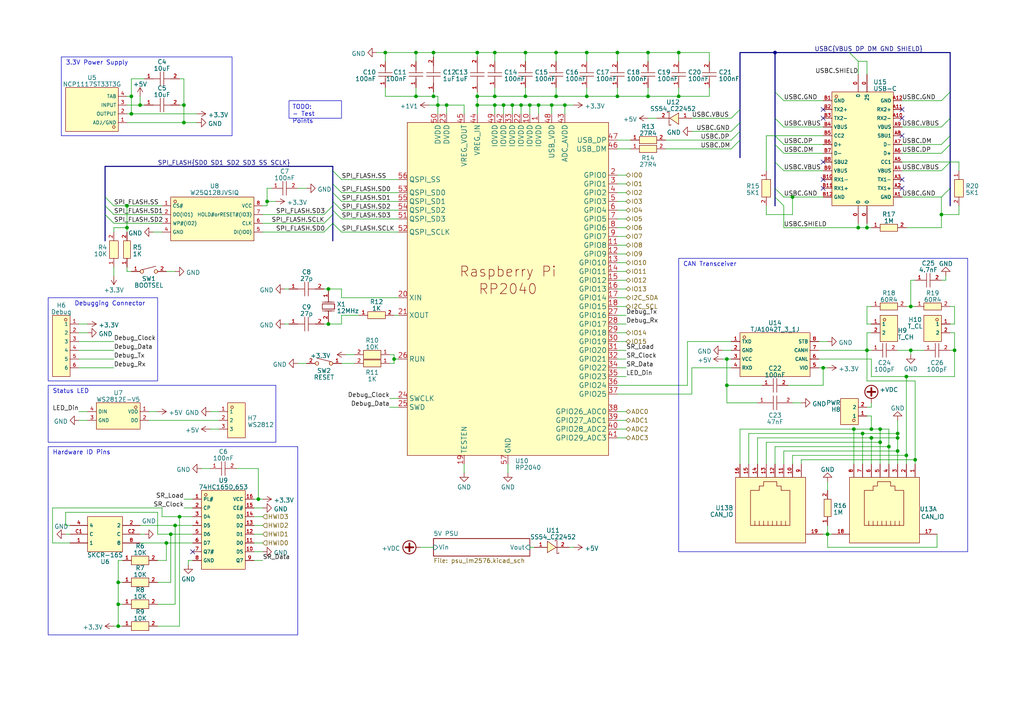
<source format=kicad_sch>
(kicad_sch (version 20230121) (generator eeschema)
  (paper "A4")
  (title_block (title "Pi RP2040 MCU") (date "2024-01-10") (rev "0") (company "DrinkRobotics") (comment 1 "https://git.xythobuz.de/thomas/Dispensy") (comment 3 "PCB Thickness: 1mm") (comment 4 "DRAFT DRAFT DRAFT DRAFT DRAFT"))
  (junction (at 129.54 30.48))
  (junction (at 125.73 15.24))
  (junction (at 152.4 27.94))
  (junction (at 179.07 15.24))
  (junction (at 52.07 149.86))
  (junction (at 170.18 15.24))
  (junction (at 53.34 30.48))
  (junction (at 38.1 33.02))
  (junction (at 276.86 101.6))
  (junction (at 179.07 27.94))
  (junction (at 114.3 104.14))
  (junction (at 77.47 58.42))
  (junction (at 260.35 130.81))
  (junction (at 38.1 27.94))
  (junction (at 40.64 30.48))
  (junction (at 255.27 124.46))
  (junction (at 125.73 27.94))
  (junction (at 248.92 66.04))
  (junction (at 146.05 30.48))
  (junction (at 262.89 132.08))
  (junction (at 138.43 30.48))
  (junction (at 250.19 125.73))
  (junction (at 151.13 30.48))
  (junction (at 252.73 127))
  (junction (at 187.96 27.94))
  (junction (at 163.83 30.48))
  (junction (at 251.46 101.6))
  (junction (at 160.02 30.48))
  (junction (at 247.65 124.46))
  (junction (at 252.73 124.46))
  (junction (at 34.29 181.61))
  (junction (at 74.93 144.78))
  (junction (at 251.46 66.04))
  (junction (at 187.96 15.24))
  (junction (at 161.29 15.24))
  (junction (at 143.51 30.48))
  (junction (at 170.18 27.94))
  (junction (at 264.16 88.9))
  (junction (at 143.51 27.94))
  (junction (at 156.21 30.48))
  (junction (at 273.05 62.23))
  (junction (at 53.34 35.56))
  (junction (at 36.83 59.69))
  (junction (at 238.76 106.68))
  (junction (at 48.26 157.48))
  (junction (at 196.85 15.24))
  (junction (at 265.43 133.35))
  (junction (at 264.16 101.6))
  (junction (at 262.89 109.22))
  (junction (at 196.85 27.94))
  (junction (at 161.29 27.94))
  (junction (at 95.25 83.82))
  (junction (at 95.25 93.98))
  (junction (at 138.43 27.94))
  (junction (at 50.8 152.4))
  (junction (at 111.76 15.24))
  (junction (at 152.4 15.24))
  (junction (at 34.29 168.91))
  (junction (at 36.83 66.04))
  (junction (at 210.82 111.76))
  (junction (at 224.79 15.24))
  (junction (at 260.35 125.73))
  (junction (at 240.03 154.94))
  (junction (at 255.27 128.27))
  (junction (at 49.53 154.94))
  (junction (at 257.81 129.54))
  (junction (at 143.51 15.24))
  (junction (at 153.67 30.48))
  (junction (at 127 30.48))
  (junction (at 210.82 104.14))
  (junction (at 120.65 15.24))
  (junction (at 229.87 57.15))
  (junction (at 138.43 15.24))
  (junction (at 260.35 127))
  (junction (at 148.59 30.48))
  (junction (at 34.29 175.26))
  (junction (at 120.65 27.94))
  (no_connect (at 238.76 46.99))
  (no_connect (at 238.76 54.61))
  (no_connect (at 238.76 31.75))
  (no_connect (at 55.88 160.02))
  (no_connect (at 261.62 52.07))
  (no_connect (at 238.76 34.29))
  (no_connect (at 261.62 31.75))
  (no_connect (at 261.62 34.29))
  (no_connect (at 261.62 54.61))
  (no_connect (at 238.76 52.07))
  (no_connect (at 261.62 39.37))
  (bus_entry (at 275.59 54.61) (size -2.54 2.54))
  (bus_entry (at 30.48 62.23) (size 2.54 2.54))
  (bus_entry (at 275.59 26.67) (size -2.54 2.54))
  (bus_entry (at 214.63 40.64) (size -2.54 2.54))
  (bus_entry (at 224.79 41.91) (size 2.54 2.54))
  (bus_entry (at 214.63 35.56) (size -2.54 2.54))
  (bus_entry (at 96.52 55.88) (size 2.54 2.54))
  (bus_entry (at 30.48 59.69) (size 2.54 2.54))
  (bus_entry (at 224.79 54.61) (size 2.54 2.54))
  (bus_entry (at 96.52 64.77) (size 2.54 2.54))
  (bus_entry (at 224.79 26.67) (size 2.54 2.54))
  (bus_entry (at 96.52 58.42) (size 2.54 2.54))
  (bus_entry (at 96.52 64.77) (size -2.54 2.54))
  (bus_entry (at 275.59 46.99) (size -2.54 2.54))
  (bus_entry (at 224.79 34.29) (size 2.54 2.54))
  (bus_entry (at 275.59 39.37) (size -2.54 2.54))
  (bus_entry (at 96.52 59.69) (size -2.54 2.54))
  (bus_entry (at 224.79 39.37) (size 2.54 2.54))
  (bus_entry (at 275.59 34.29) (size -2.54 2.54))
  (bus_entry (at 96.52 60.96) (size 2.54 2.54))
  (bus_entry (at 30.48 57.15) (size 2.54 2.54))
  (bus_entry (at 96.52 49.53) (size 2.54 2.54))
  (bus_entry (at 275.59 41.91) (size -2.54 2.54))
  (bus_entry (at 214.63 31.75) (size -2.54 2.54))
  (bus_entry (at 96.52 53.34) (size 2.54 2.54))
  (bus_entry (at 224.79 57.15) (size 2.54 2.54))
  (bus_entry (at 96.52 62.23) (size -2.54 2.54))
  (bus_entry (at 246.38 15.24) (size 2.54 2.54))
  (bus_entry (at 214.63 38.1) (size -2.54 2.54))
  (bus_entry (at 224.79 46.99) (size 2.54 2.54))
  (bus (pts (xy 96.52 64.77) (xy 96.52 69.85)))
  (wire (pts (xy 22.86 99.06) (xy 33.02 99.06)))
  (wire (pts (xy 36.83 30.48) (xy 40.64 30.48)))
  (wire (pts (xy 229.87 134.62) (xy 229.87 132.08)))
  (wire (pts (xy 99.06 67.31) (xy 115.57 67.31)))
  (wire (pts (xy 262.89 109.22) (xy 276.86 109.22)))
  (wire (pts (xy 114.3 91.44) (xy 115.57 91.44)))
  (wire (pts (xy 196.85 15.24) (xy 196.85 17.78)))
  (wire (pts (xy 227.33 130.81) (xy 260.35 130.81)))
  (wire (pts (xy 143.51 30.48) (xy 143.51 33.02)))
  (wire (pts (xy 25.4 121.92) (xy 22.86 121.92)))
  (wire (pts (xy 163.83 30.48) (xy 166.37 30.48)))
  (wire (pts (xy 22.86 104.14) (xy 33.02 104.14)))
  (wire (pts (xy 143.51 30.48) (xy 146.05 30.48)))
  (wire (pts (xy 278.13 62.23) (xy 273.05 62.23)))
  (wire (pts (xy 36.83 78.74) (xy 38.1 78.74)))
  (wire (pts (xy 45.72 148.59) (xy 45.72 154.94)))
  (wire (pts (xy 125.73 15.24) (xy 120.65 15.24)))
  (bus (pts (xy 214.63 15.24) (xy 214.63 31.75)))
  (wire (pts (xy 217.17 125.73) (xy 250.19 125.73)))
  (wire (pts (xy 252.73 109.22) (xy 262.89 109.22)))
  (wire (pts (xy 264.16 101.6) (xy 267.97 101.6)))
  (wire (pts (xy 40.64 30.48) (xy 41.91 30.48)))
  (wire (pts (xy 146.05 33.02) (xy 146.05 30.48)))
  (wire (pts (xy 227.33 36.83) (xy 238.76 36.83)))
  (wire (pts (xy 153.67 158.75) (xy 154.94 158.75)))
  (wire (pts (xy 205.74 15.24) (xy 205.74 17.78)))
  (bus (pts (xy 275.59 15.24) (xy 275.59 26.67)))
  (wire (pts (xy 48.26 78.74) (xy 50.8 78.74)))
  (wire (pts (xy 179.07 53.34) (xy 181.61 53.34)))
  (wire (pts (xy 278.13 59.69) (xy 278.13 62.23)))
  (wire (pts (xy 220.98 111.76) (xy 210.82 111.76)))
  (wire (pts (xy 19.05 152.4) (xy 19.05 148.59)))
  (wire (pts (xy 15.24 157.48) (xy 15.24 147.32)))
  (wire (pts (xy 95.25 83.82) (xy 99.06 83.82)))
  (wire (pts (xy 143.51 27.94) (xy 152.4 27.94)))
  (wire (pts (xy 179.07 93.98) (xy 181.61 93.98)))
  (wire (pts (xy 161.29 15.24) (xy 161.29 17.78)))
  (wire (pts (xy 40.64 152.4) (xy 50.8 152.4)))
  (wire (pts (xy 43.18 121.92) (xy 63.5 121.92)))
  (wire (pts (xy 200.66 114.3) (xy 200.66 106.68)))
  (wire (pts (xy 227.33 29.21) (xy 238.76 29.21)))
  (bus (pts (xy 224.79 15.24) (xy 214.63 15.24)))
  (wire (pts (xy 151.13 30.48) (xy 153.67 30.48)))
  (wire (pts (xy 99.06 63.5) (xy 115.57 63.5)))
  (wire (pts (xy 248.92 64.77) (xy 248.92 66.04)))
  (wire (pts (xy 22.86 96.52) (xy 25.4 96.52)))
  (wire (pts (xy 127 33.02) (xy 127 30.48)))
  (bus (pts (xy 96.52 59.69) (xy 96.52 60.96)))
  (wire (pts (xy 222.25 134.62) (xy 222.25 128.27)))
  (wire (pts (xy 227.33 59.69) (xy 227.33 66.04)))
  (bus (pts (xy 96.52 53.34) (xy 96.52 55.88)))
  (wire (pts (xy 196.85 27.94) (xy 205.74 27.94)))
  (wire (pts (xy 179.07 101.6) (xy 181.61 101.6)))
  (wire (pts (xy 179.07 27.94) (xy 187.96 27.94)))
  (wire (pts (xy 179.07 86.36) (xy 181.61 86.36)))
  (bus (pts (xy 96.52 48.26) (xy 30.48 48.26)))
  (wire (pts (xy 127 27.94) (xy 127 30.48)))
  (wire (pts (xy 210.82 111.76) (xy 210.82 104.14)))
  (wire (pts (xy 265.43 133.35) (xy 265.43 134.62)))
  (wire (pts (xy 121.92 158.75) (xy 125.73 158.75)))
  (wire (pts (xy 41.91 22.86) (xy 38.1 22.86)))
  (bus (pts (xy 96.52 49.53) (xy 96.52 53.34)))
  (wire (pts (xy 78.74 54.61) (xy 77.47 54.61)))
  (wire (pts (xy 260.35 125.73) (xy 260.35 127)))
  (wire (pts (xy 222.25 49.53) (xy 222.25 39.37)))
  (wire (pts (xy 179.07 68.58) (xy 181.61 68.58)))
  (wire (pts (xy 179.07 124.46) (xy 181.61 124.46)))
  (bus (pts (xy 275.59 46.99) (xy 275.59 54.61)))
  (wire (pts (xy 179.07 15.24) (xy 179.07 17.78)))
  (wire (pts (xy 252.73 96.52) (xy 251.46 96.52)))
  (wire (pts (xy 187.96 27.94) (xy 196.85 27.94)))
  (wire (pts (xy 219.71 134.62) (xy 219.71 127)))
  (bus (pts (xy 224.79 15.24) (xy 246.38 15.24)))
  (wire (pts (xy 179.07 63.5) (xy 181.61 63.5)))
  (wire (pts (xy 152.4 25.4) (xy 152.4 27.94)))
  (wire (pts (xy 257.81 129.54) (xy 257.81 124.46)))
  (wire (pts (xy 134.62 30.48) (xy 129.54 30.48)))
  (wire (pts (xy 34.29 175.26) (xy 34.29 181.61)))
  (wire (pts (xy 222.25 128.27) (xy 255.27 128.27)))
  (wire (pts (xy 73.66 157.48) (xy 76.2 157.48)))
  (wire (pts (xy 199.39 99.06) (xy 212.09 99.06)))
  (wire (pts (xy 227.33 49.53) (xy 238.76 49.53)))
  (wire (pts (xy 73.66 147.32) (xy 76.2 147.32)))
  (wire (pts (xy 179.07 127) (xy 181.61 127)))
  (wire (pts (xy 50.8 152.4) (xy 55.88 152.4)))
  (wire (pts (xy 19.05 154.94) (xy 20.32 154.94)))
  (wire (pts (xy 261.62 29.21) (xy 273.05 29.21)))
  (wire (pts (xy 229.87 116.84) (xy 232.41 116.84)))
  (wire (pts (xy 34.29 162.56) (xy 34.29 168.91)))
  (wire (pts (xy 179.07 25.4) (xy 179.07 27.94)))
  (wire (pts (xy 111.76 27.94) (xy 120.65 27.94)))
  (wire (pts (xy 227.33 57.15) (xy 229.87 57.15)))
  (bus (pts (xy 30.48 62.23) (xy 30.48 69.85)))
  (wire (pts (xy 148.59 30.48) (xy 151.13 30.48)))
  (bus (pts (xy 224.79 54.61) (xy 224.79 46.99)))
  (wire (pts (xy 224.79 39.37) (xy 238.76 39.37)))
  (wire (pts (xy 222.25 59.69) (xy 222.25 62.23)))
  (wire (pts (xy 99.06 60.96) (xy 115.57 60.96)))
  (wire (pts (xy 48.26 157.48) (xy 55.88 157.48)))
  (wire (pts (xy 53.34 144.78) (xy 55.88 144.78)))
  (bus (pts (xy 275.59 54.61) (xy 275.59 59.69)))
  (wire (pts (xy 210.82 116.84) (xy 210.82 111.76)))
  (wire (pts (xy 152.4 27.94) (xy 161.29 27.94)))
  (wire (pts (xy 261.62 36.83) (xy 273.05 36.83)))
  (wire (pts (xy 271.78 154.94) (xy 271.78 158.75)))
  (wire (pts (xy 247.65 124.46) (xy 247.65 134.62)))
  (wire (pts (xy 33.02 64.77) (xy 46.99 64.77)))
  (wire (pts (xy 36.83 59.69) (xy 46.99 59.69)))
  (wire (pts (xy 35.56 181.61) (xy 34.29 181.61)))
  (wire (pts (xy 33.02 62.23) (xy 46.99 62.23)))
  (wire (pts (xy 68.58 135.89) (xy 74.93 135.89)))
  (wire (pts (xy 260.35 121.92) (xy 260.35 125.73)))
  (wire (pts (xy 238.76 154.94) (xy 240.03 154.94)))
  (wire (pts (xy 53.34 35.56) (xy 57.15 35.56)))
  (wire (pts (xy 240.03 154.94) (xy 241.3 154.94)))
  (wire (pts (xy 261.62 44.45) (xy 273.05 44.45)))
  (wire (pts (xy 77.47 58.42) (xy 77.47 59.69)))
  (wire (pts (xy 252.73 104.14) (xy 252.73 109.22)))
  (wire (pts (xy 273.05 66.04) (xy 273.05 62.23)))
  (wire (pts (xy 113.03 102.87) (xy 114.3 102.87)))
  (wire (pts (xy 187.96 15.24) (xy 187.96 17.78)))
  (wire (pts (xy 36.83 59.69) (xy 36.83 66.04)))
  (bus (pts (xy 275.59 26.67) (xy 275.59 34.29)))
  (wire (pts (xy 251.46 101.6) (xy 251.46 110.49)))
  (wire (pts (xy 153.67 30.48) (xy 153.67 33.02)))
  (wire (pts (xy 193.04 40.64) (xy 212.09 40.64)))
  (wire (pts (xy 209.55 104.14) (xy 210.82 104.14)))
  (wire (pts (xy 113.03 118.11) (xy 115.57 118.11)))
  (wire (pts (xy 271.78 158.75) (xy 240.03 158.75)))
  (bus (pts (xy 214.63 40.64) (xy 214.63 45.72)))
  (wire (pts (xy 196.85 25.4) (xy 196.85 27.94)))
  (wire (pts (xy 200.66 106.68) (xy 212.09 106.68)))
  (wire (pts (xy 170.18 25.4) (xy 170.18 27.94)))
  (bus (pts (xy 30.48 59.69) (xy 30.48 62.23)))
  (bus (pts (xy 275.59 34.29) (xy 275.59 39.37)))
  (bus (pts (xy 224.79 46.99) (xy 224.79 41.91)))
  (wire (pts (xy 276.86 96.52) (xy 276.86 101.6)))
  (wire (pts (xy 170.18 27.94) (xy 179.07 27.94)))
  (wire (pts (xy 275.59 101.6) (xy 276.86 101.6)))
  (wire (pts (xy 36.83 77.47) (xy 36.83 78.74)))
  (wire (pts (xy 222.25 62.23) (xy 229.87 62.23)))
  (wire (pts (xy 33.02 77.47) (xy 33.02 80.01)))
  (wire (pts (xy 46.99 149.86) (xy 52.07 149.86)))
  (wire (pts (xy 34.29 168.91) (xy 35.56 168.91)))
  (wire (pts (xy 77.47 54.61) (xy 77.47 58.42)))
  (wire (pts (xy 148.59 30.48) (xy 148.59 33.02)))
  (wire (pts (xy 134.62 134.62) (xy 134.62 137.16)))
  (wire (pts (xy 45.72 181.61) (xy 52.07 181.61)))
  (wire (pts (xy 152.4 15.24) (xy 152.4 17.78)))
  (wire (pts (xy 113.03 105.41) (xy 114.3 105.41)))
  (wire (pts (xy 273.05 62.23) (xy 273.05 57.15)))
  (wire (pts (xy 48.26 162.56) (xy 48.26 157.48)))
  (wire (pts (xy 238.76 111.76) (xy 238.76 106.68)))
  (wire (pts (xy 45.72 119.38) (xy 43.18 119.38)))
  (wire (pts (xy 22.86 93.98) (xy 25.4 93.98)))
  (wire (pts (xy 114.3 104.14) (xy 115.57 104.14)))
  (wire (pts (xy 53.34 30.48) (xy 53.34 35.56)))
  (wire (pts (xy 251.46 66.04) (xy 252.73 66.04)))
  (wire (pts (xy 179.07 60.96) (xy 181.61 60.96)))
  (wire (pts (xy 161.29 27.94) (xy 170.18 27.94)))
  (wire (pts (xy 127 30.48) (xy 129.54 30.48)))
  (wire (pts (xy 22.86 101.6) (xy 33.02 101.6)))
  (wire (pts (xy 99.06 58.42) (xy 115.57 58.42)))
  (wire (pts (xy 252.73 127) (xy 260.35 127)))
  (wire (pts (xy 170.18 15.24) (xy 170.18 17.78)))
  (wire (pts (xy 88.9 105.41) (xy 86.36 105.41)))
  (wire (pts (xy 170.18 15.24) (xy 179.07 15.24)))
  (wire (pts (xy 111.76 17.78) (xy 111.76 15.24)))
  (wire (pts (xy 251.46 21.59) (xy 251.46 17.78)))
  (wire (pts (xy 179.07 71.12) (xy 181.61 71.12)))
  (wire (pts (xy 237.49 99.06) (xy 240.03 99.06)))
  (wire (pts (xy 250.19 125.73) (xy 250.19 134.62)))
  (wire (pts (xy 77.47 58.42) (xy 80.01 58.42)))
  (wire (pts (xy 260.35 130.81) (xy 260.35 134.62)))
  (wire (pts (xy 275.59 96.52) (xy 276.86 96.52)))
  (wire (pts (xy 60.96 124.46) (xy 63.5 124.46)))
  (wire (pts (xy 257.81 129.54) (xy 257.81 134.62)))
  (wire (pts (xy 238.76 106.68) (xy 240.03 106.68)))
  (wire (pts (xy 224.79 134.62) (xy 224.79 129.54)))
  (wire (pts (xy 76.2 67.31) (xy 93.98 67.31)))
  (wire (pts (xy 179.07 73.66) (xy 181.61 73.66)))
  (wire (pts (xy 193.04 43.18) (xy 212.09 43.18)))
  (wire (pts (xy 138.43 30.48) (xy 143.51 30.48)))
  (wire (pts (xy 125.73 15.24) (xy 138.43 15.24)))
  (wire (pts (xy 187.96 25.4) (xy 187.96 27.94)))
  (wire (pts (xy 214.63 134.62) (xy 214.63 124.46)))
  (bus (pts (xy 96.52 48.26) (xy 96.52 49.53)))
  (wire (pts (xy 251.46 120.65) (xy 252.73 120.65)))
  (wire (pts (xy 156.21 30.48) (xy 160.02 30.48)))
  (wire (pts (xy 138.43 33.02) (xy 138.43 30.48)))
  (wire (pts (xy 260.35 101.6) (xy 264.16 101.6)))
  (wire (pts (xy 40.64 157.48) (xy 48.26 157.48)))
  (wire (pts (xy 179.07 43.18) (xy 182.88 43.18)))
  (wire (pts (xy 74.93 135.89) (xy 74.93 144.78)))
  (bus (pts (xy 224.79 41.91) (xy 224.79 39.37)))
  (wire (pts (xy 35.56 162.56) (xy 34.29 162.56)))
  (wire (pts (xy 251.46 101.6) (xy 252.73 101.6)))
  (wire (pts (xy 76.2 64.77) (xy 93.98 64.77)))
  (wire (pts (xy 260.35 127) (xy 260.35 130.81)))
  (wire (pts (xy 237.49 104.14) (xy 252.73 104.14)))
  (wire (pts (xy 187.96 34.29) (xy 190.5 34.29)))
  (wire (pts (xy 251.46 88.9) (xy 251.46 93.98)))
  (wire (pts (xy 161.29 25.4) (xy 161.29 27.94)))
  (wire (pts (xy 73.66 144.78) (xy 74.93 144.78)))
  (wire (pts (xy 179.07 15.24) (xy 187.96 15.24)))
  (wire (pts (xy 251.46 96.52) (xy 251.46 101.6)))
  (wire (pts (xy 45.72 154.94) (xy 49.53 154.94)))
  (bus (pts (xy 96.52 60.96) (xy 96.52 62.23)))
  (wire (pts (xy 219.71 116.84) (xy 210.82 116.84)))
  (wire (pts (xy 179.07 76.2) (xy 181.61 76.2)))
  (wire (pts (xy 99.06 91.44) (xy 104.14 91.44)))
  (wire (pts (xy 219.71 127) (xy 252.73 127)))
  (bus (pts (xy 224.79 57.15) (xy 224.79 54.61)))
  (wire (pts (xy 196.85 15.24) (xy 205.74 15.24)))
  (wire (pts (xy 199.39 111.76) (xy 199.39 99.06)))
  (bus (pts (xy 214.63 31.75) (xy 214.63 35.56)))
  (wire (pts (xy 200.66 38.1) (xy 212.09 38.1)))
  (wire (pts (xy 255.27 128.27) (xy 255.27 134.62)))
  (wire (pts (xy 124.46 30.48) (xy 127 30.48)))
  (wire (pts (xy 52.07 181.61) (xy 52.07 149.86)))
  (wire (pts (xy 93.98 93.98) (xy 95.25 93.98)))
  (wire (pts (xy 138.43 26.67) (xy 138.43 27.94)))
  (wire (pts (xy 261.62 49.53) (xy 273.05 49.53)))
  (wire (pts (xy 163.83 33.02) (xy 163.83 30.48)))
  (wire (pts (xy 138.43 15.24) (xy 143.51 15.24)))
  (wire (pts (xy 52.07 149.86) (xy 55.88 149.86)))
  (wire (pts (xy 99.06 55.88) (xy 115.57 55.88)))
  (wire (pts (xy 179.07 40.64) (xy 182.88 40.64)))
  (wire (pts (xy 151.13 30.48) (xy 151.13 33.02)))
  (wire (pts (xy 76.2 62.23) (xy 93.98 62.23)))
  (wire (pts (xy 276.86 93.98) (xy 275.59 93.98)))
  (wire (pts (xy 53.34 22.86) (xy 53.34 30.48)))
  (wire (pts (xy 99.06 93.98) (xy 99.06 91.44)))
  (wire (pts (xy 209.55 101.6) (xy 212.09 101.6)))
  (wire (pts (xy 247.65 124.46) (xy 252.73 124.46)))
  (wire (pts (xy 33.02 181.61) (xy 34.29 181.61)))
  (wire (pts (xy 210.82 104.14) (xy 212.09 104.14)))
  (wire (pts (xy 237.49 106.68) (xy 238.76 106.68)))
  (wire (pts (xy 252.73 118.11) (xy 252.73 116.84)))
  (wire (pts (xy 49.53 168.91) (xy 49.53 154.94)))
  (wire (pts (xy 99.06 83.82) (xy 99.06 86.36)))
  (wire (pts (xy 274.32 81.28) (xy 274.32 80.01)))
  (wire (pts (xy 264.16 81.28) (xy 264.16 88.9)))
  (wire (pts (xy 54.61 162.56) (xy 54.61 163.83)))
  (wire (pts (xy 265.43 110.49) (xy 265.43 133.35)))
  (wire (pts (xy 120.65 25.4) (xy 120.65 27.94)))
  (wire (pts (xy 93.98 83.82) (xy 95.25 83.82)))
  (wire (pts (xy 73.66 149.86) (xy 76.2 149.86)))
  (wire (pts (xy 179.07 121.92) (xy 181.61 121.92)))
  (wire (pts (xy 60.96 119.38) (xy 63.5 119.38)))
  (wire (pts (xy 227.33 44.45) (xy 238.76 44.45)))
  (wire (pts (xy 179.07 50.8) (xy 181.61 50.8)))
  (wire (pts (xy 248.92 66.04) (xy 251.46 66.04)))
  (wire (pts (xy 179.07 91.44) (xy 181.61 91.44)))
  (wire (pts (xy 40.64 27.94) (xy 40.64 30.48)))
  (wire (pts (xy 275.59 88.9) (xy 276.86 88.9)))
  (wire (pts (xy 22.86 119.38) (xy 25.4 119.38)))
  (wire (pts (xy 161.29 15.24) (xy 170.18 15.24)))
  (wire (pts (xy 40.64 154.94) (xy 41.91 154.94)))
  (wire (pts (xy 46.99 147.32) (xy 46.99 149.86)))
  (wire (pts (xy 179.07 83.82) (xy 181.61 83.82)))
  (wire (pts (xy 45.72 175.26) (xy 50.8 175.26)))
  (wire (pts (xy 138.43 27.94) (xy 143.51 27.94)))
  (wire (pts (xy 240.03 158.75) (xy 240.03 154.94)))
  (wire (pts (xy 251.46 110.49) (xy 265.43 110.49)))
  (wire (pts (xy 179.07 81.28) (xy 181.61 81.28)))
  (wire (pts (xy 95.25 93.98) (xy 99.06 93.98)))
  (wire (pts (xy 237.49 101.6) (xy 251.46 101.6)))
  (wire (pts (xy 147.32 134.62) (xy 147.32 137.16)))
  (wire (pts (xy 109.22 15.24) (xy 111.76 15.24)))
  (wire (pts (xy 222.25 39.37) (xy 224.79 39.37)))
  (bus (pts (xy 246.38 15.24) (xy 275.59 15.24)))
  (wire (pts (xy 73.66 162.56) (xy 76.2 162.56)))
  (wire (pts (xy 251.46 93.98) (xy 252.73 93.98)))
  (wire (pts (xy 278.13 49.53) (xy 278.13 46.99)))
  (wire (pts (xy 44.45 67.31) (xy 46.99 67.31)))
  (wire (pts (xy 153.67 30.48) (xy 156.21 30.48)))
  (wire (pts (xy 53.34 147.32) (xy 55.88 147.32)))
  (wire (pts (xy 152.4 15.24) (xy 161.29 15.24)))
  (wire (pts (xy 179.07 96.52) (xy 181.61 96.52)))
  (wire (pts (xy 19.05 148.59) (xy 45.72 148.59)))
  (bus (pts (xy 214.63 35.56) (xy 214.63 38.1)))
  (bus (pts (xy 96.52 58.42) (xy 96.52 59.69)))
  (wire (pts (xy 232.41 133.35) (xy 265.43 133.35)))
  (wire (pts (xy 111.76 15.24) (xy 120.65 15.24)))
  (wire (pts (xy 55.88 162.56) (xy 54.61 162.56)))
  (wire (pts (xy 187.96 15.24) (xy 196.85 15.24)))
  (wire (pts (xy 229.87 62.23) (xy 229.87 57.15)))
  (wire (pts (xy 82.55 83.82) (xy 83.82 83.82)))
  (wire (pts (xy 38.1 27.94) (xy 36.83 27.94)))
  (wire (pts (xy 125.73 16.51) (xy 125.73 15.24)))
  (wire (pts (xy 160.02 30.48) (xy 160.02 33.02)))
  (bus (pts (xy 30.48 48.26) (xy 30.48 57.15)))
  (wire (pts (xy 248.92 17.78) (xy 251.46 17.78)))
  (wire (pts (xy 143.51 15.24) (xy 143.51 17.78)))
  (wire (pts (xy 276.86 88.9) (xy 276.86 93.98)))
  (wire (pts (xy 252.73 127) (xy 252.73 134.62)))
  (wire (pts (xy 49.53 154.94) (xy 55.88 154.94)))
  (bus (pts (xy 224.79 59.69) (xy 224.79 57.15)))
  (wire (pts (xy 227.33 41.91) (xy 238.76 41.91)))
  (wire (pts (xy 179.07 66.04) (xy 181.61 66.04)))
  (wire (pts (xy 232.41 134.62) (xy 232.41 133.35)))
  (bus (pts (xy 275.59 41.91) (xy 275.59 46.99)))
  (wire (pts (xy 36.83 35.56) (xy 53.34 35.56)))
  (wire (pts (xy 114.3 105.41) (xy 114.3 104.14)))
  (wire (pts (xy 240.03 152.4) (xy 240.03 154.94)))
  (wire (pts (xy 15.24 147.32) (xy 46.99 147.32)))
  (wire (pts (xy 228.6 111.76) (xy 238.76 111.76)))
  (wire (pts (xy 52.07 30.48) (xy 53.34 30.48)))
  (wire (pts (xy 160.02 30.48) (xy 163.83 30.48)))
  (wire (pts (xy 125.73 27.94) (xy 125.73 26.67)))
  (wire (pts (xy 73.66 160.02) (xy 76.2 160.02)))
  (wire (pts (xy 113.03 115.57) (xy 115.57 115.57)))
  (wire (pts (xy 36.83 66.04) (xy 36.83 67.31)))
  (wire (pts (xy 262.89 109.22) (xy 262.89 132.08)))
  (wire (pts (xy 261.62 57.15) (xy 273.05 57.15)))
  (wire (pts (xy 33.02 67.31) (xy 33.02 66.04)))
  (wire (pts (xy 114.3 102.87) (xy 114.3 104.14)))
  (bus (pts (xy 275.59 39.37) (xy 275.59 41.91)))
  (wire (pts (xy 36.83 33.02) (xy 38.1 33.02)))
  (wire (pts (xy 255.27 124.46) (xy 255.27 128.27)))
  (wire (pts (xy 265.43 81.28) (xy 264.16 81.28)))
  (bus (pts (xy 30.48 57.15) (xy 30.48 59.69)))
  (wire (pts (xy 261.62 41.91) (xy 273.05 41.91)))
  (wire (pts (xy 86.36 54.61) (xy 88.9 54.61)))
  (wire (pts (xy 52.07 22.86) (xy 53.34 22.86)))
  (wire (pts (xy 179.07 111.76) (xy 199.39 111.76)))
  (wire (pts (xy 261.62 46.99) (xy 275.59 46.99)))
  (bus (pts (xy 224.79 15.24) (xy 224.79 26.67)))
  (bus (pts (xy 96.52 55.88) (xy 96.52 58.42)))
  (wire (pts (xy 129.54 30.48) (xy 129.54 33.02)))
  (wire (pts (xy 252.73 124.46) (xy 255.27 124.46)))
  (wire (pts (xy 251.46 64.77) (xy 251.46 66.04)))
  (wire (pts (xy 156.21 30.48) (xy 156.21 33.02)))
  (wire (pts (xy 34.29 175.26) (xy 34.29 168.91)))
  (wire (pts (xy 262.89 88.9) (xy 264.16 88.9)))
  (wire (pts (xy 73.66 154.94) (xy 76.2 154.94)))
  (wire (pts (xy 134.62 33.02) (xy 134.62 30.48)))
  (wire (pts (xy 143.51 15.24) (xy 152.4 15.24)))
  (wire (pts (xy 74.93 144.78) (xy 76.2 144.78)))
  (wire (pts (xy 179.07 58.42) (xy 181.61 58.42)))
  (wire (pts (xy 76.2 59.69) (xy 77.47 59.69)))
  (wire (pts (xy 251.46 118.11) (xy 252.73 118.11)))
  (wire (pts (xy 240.03 139.7) (xy 240.03 142.24)))
  (wire (pts (xy 99.06 86.36) (xy 115.57 86.36)))
  (wire (pts (xy 227.33 134.62) (xy 227.33 130.81)))
  (wire (pts (xy 45.72 168.91) (xy 49.53 168.91)))
  (wire (pts (xy 179.07 106.68) (xy 181.61 106.68)))
  (wire (pts (xy 138.43 16.51) (xy 138.43 15.24)))
  (wire (pts (xy 120.65 27.94) (xy 125.73 27.94)))
  (wire (pts (xy 58.42 135.89) (xy 60.96 135.89)))
  (wire (pts (xy 179.07 114.3) (xy 200.66 114.3)))
  (wire (pts (xy 200.66 34.29) (xy 212.09 34.29)))
  (wire (pts (xy 255.27 124.46) (xy 257.81 124.46)))
  (wire (pts (xy 179.07 104.14) (xy 181.61 104.14)))
  (wire (pts (xy 120.65 15.24) (xy 120.65 17.78)))
  (wire (pts (xy 248.92 17.78) (xy 248.92 21.59)))
  (bus (pts (xy 224.79 39.37) (xy 224.79 34.29)))
  (wire (pts (xy 20.32 152.4) (xy 19.05 152.4)))
  (wire (pts (xy 50.8 175.26) (xy 50.8 152.4)))
  (wire (pts (xy 146.05 30.48) (xy 148.59 30.48)))
  (bus (pts (xy 224.79 34.29) (xy 224.79 26.67)))
  (wire (pts (xy 229.87 132.08) (xy 262.89 132.08)))
  (wire (pts (xy 214.63 124.46) (xy 247.65 124.46)))
  (wire (pts (xy 73.66 152.4) (xy 76.2 152.4)))
  (wire (pts (xy 262.89 132.08) (xy 262.89 134.62)))
  (wire (pts (xy 179.07 55.88) (xy 181.61 55.88)))
  (wire (pts (xy 102.87 105.41) (xy 99.06 105.41)))
  (wire (pts (xy 125.73 27.94) (xy 127 27.94)))
  (wire (pts (xy 264.16 88.9) (xy 265.43 88.9)))
  (wire (pts (xy 165.1 158.75) (xy 166.37 158.75)))
  (wire (pts (xy 179.07 109.22) (xy 181.61 109.22)))
  (wire (pts (xy 20.32 157.48) (xy 15.24 157.48)))
  (wire (pts (xy 99.06 52.07) (xy 115.57 52.07)))
  (wire (pts (xy 250.19 125.73) (xy 260.35 125.73)))
  (wire (pts (xy 33.02 59.69) (xy 36.83 59.69)))
  (wire (pts (xy 229.87 57.15) (xy 238.76 57.15)))
  (wire (pts (xy 38.1 33.02) (xy 57.15 33.02)))
  (wire (pts (xy 35.56 175.26) (xy 34.29 175.26)))
  (bus (pts (xy 96.52 62.23) (xy 96.52 64.77)))
  (wire (pts (xy 224.79 129.54) (xy 257.81 129.54)))
  (wire (pts (xy 252.73 120.65) (xy 252.73 124.46)))
  (wire (pts (xy 273.05 81.28) (xy 274.32 81.28)))
  (bus (pts (xy 214.63 38.1) (xy 214.63 40.64)))
  (wire (pts (xy 275.59 46.99) (xy 278.13 46.99)))
  (wire (pts (xy 276.86 109.22) (xy 276.86 101.6)))
  (wire (pts (xy 100.33 102.87) (xy 102.87 102.87)))
  (wire (pts (xy 82.55 93.98) (xy 83.82 93.98)))
  (wire (pts (xy 22.86 106.68) (xy 33.02 106.68)))
  (wire (pts (xy 179.07 99.06) (xy 181.61 99.06)))
  (wire (pts (xy 205.74 27.94) (xy 205.74 25.4)))
  (wire (pts (xy 38.1 33.02) (xy 38.1 27.94)))
  (wire (pts (xy 262.89 66.04) (xy 273.05 66.04)))
  (wire (pts (xy 227.33 66.04) (xy 248.92 66.04)))
  (wire (pts (xy 111.76 25.4) (xy 111.76 27.94)))
  (wire (pts (xy 264.16 101.6) (xy 264.16 102.87)))
  (wire (pts (xy 38.1 22.86) (xy 38.1 27.94)))
  (wire (pts (xy 179.07 78.74) (xy 181.61 78.74)))
  (wire (pts (xy 138.43 27.94) (xy 138.43 30.48)))
  (wire (pts (xy 143.51 25.4) (xy 143.51 27.94)))
  (wire (pts (xy 179.07 119.38) (xy 181.61 119.38)))
  (wire (pts (xy 179.07 88.9) (xy 181.61 88.9)))
  (wire (pts (xy 33.02 66.04) (xy 36.83 66.04)))
  (wire (pts (xy 252.73 88.9) (xy 251.46 88.9)))
  (wire (pts (xy 45.72 162.56) (xy 48.26 162.56)))
  (wire (pts (xy 217.17 134.62) (xy 217.17 125.73)))
  (rectangle (start 13.97 111.76) (end 80.01 128.27))
  (rectangle (start 13.97 129.54) (end 86.36 184.15))
  (rectangle (start 13.97 86.36) (end 45.72 110.49))
  (rectangle (start 196.85 74.93) (end 280.67 160.02))
  (rectangle (start 17.78 16.51) (end 67.31 39.37))
  (text_box "TODO:\n- Test Points" (at 83.82 29.21 0) (size 15.24 5.08) (effects (font (size 1.27 1.27)) (justify left top)))
  (text "Hardware ID Pins" (at 15.24 132.08 0) (effects (font (size 1.27 1.27)) (justify left bottom)))
  (text "Debugging Connector" (at 21.59 88.9 0) (effects (font (size 1.27 1.27)) (justify left bottom)))
  (text "CAN Transceiver" (at 198.12 77.47 0) (effects (font (size 1.27 1.27)) (justify left bottom)))
  (text "Status LED" (at 15.24 114.3 0) (effects (font (size 1.27 1.27)) (justify left bottom)))
  (text "3.3V Power Supply" (at 19.05 19.05 0) (effects (font (size 1.27 1.27)) (justify left bottom)))
  (label "SPI_FLASH.SD3" (at 99.06 63.5 0))
  (label "SR_Clock" (at 53.34 147.32 180))
  (label "USBC.VBUS" (at 261.62 49.53 0))
  (label "SPI_FLASH.SD2" (at 33.02 64.77 0))
  (label "Debug_Tx" (at 181.61 91.44 0))
  (label "USBC.GND" (at 261.62 57.15 0))
  (label "SPI_FLASH.SS" (at 99.06 52.07 0))
  (label "USBC{VBUS DP DM GND SHIELD}" (at 236.22 15.24 0))
  (label "Debug_Tx" (at 33.02 104.14 0))
  (label "SPI_FLASH.SCLK" (at 99.06 67.31 0))
  (label "SPI_FLASH.SD0" (at 99.06 55.88 0))
  (label "USBC.DP" (at 227.33 41.91 0))
  (label "USBC.GND" (at 227.33 29.21 0))
  (label "Debug_Clock" (at 33.02 99.06 0))
  (label "SPI_FLASH{SD0 SD1 SD2 SD3 SS SCLK}" (at 45.72 48.26 0))
  (label "Debug_Data" (at 33.02 101.6 0))
  (label "SPI_FLASH.SD1" (at 33.02 62.23 0))
  (label "SPI_FLASH.SCLK" (at 78.74 64.77 0))
  (label "USBC.SHIELD" (at 227.33 66.04 0))
  (label "SPI_FLASH.SS" (at 33.02 59.69 0))
  (label "LED_Din" (at 22.86 119.38 180))
  (label "USBC.GND" (at 261.62 29.21 0))
  (label "SPI_FLASH.SD3" (at 80.01 62.23 0))
  (label "USBC.DP" (at 203.2 40.64 0))
  (label "USBC.DM" (at 203.2 43.18 0))
  (label "USBC.VBUS" (at 200.66 34.29 0))
  (label "USBC.VBUS" (at 227.33 36.83 0))
  (label "Debug_Rx" (at 33.02 106.68 0))
  (label "USBC.GND" (at 227.33 57.15 0))
  (label "SR_Load" (at 53.34 144.78 180))
  (label "USBC.GND" (at 201.93 38.1 0))
  (label "Debug_Data" (at 113.03 118.11 180))
  (label "USBC.VBUS" (at 261.62 36.83 0))
  (label "SR_Data" (at 76.2 162.56 0))
  (label "SR_Load" (at 181.61 101.6 0))
  (label "LED_Din" (at 181.61 109.22 0))
  (label "SPI_FLASH.SD2" (at 99.06 60.96 0))
  (label "USBC.DM" (at 261.62 41.91 0))
  (label "USBC.VBUS" (at 227.33 49.53 0))
  (label "Debug_Clock" (at 113.03 115.57 180))
  (label "USBC.DP" (at 261.62 44.45 0))
  (label "SPI_FLASH.SD0" (at 80.01 67.31 0))
  (label "USBC.DM" (at 227.33 44.45 0))
  (label "SR_Data" (at 181.61 106.68 0))
  (label "USBC.SHIELD" (at 248.92 21.59 180))
  (label "SR_Clock" (at 181.61 104.14 0))
  (label "SPI_FLASH.SD1" (at 99.06 58.42 0))
  (label "Debug_Rx" (at 181.61 93.98 0))
  (hierarchical_label "IO8" (shape bidirectional) (at 181.61 71.12 0))
  (hierarchical_label "ADC1" (shape bidirectional) (at 181.61 121.92 0))
  (hierarchical_label "IO4" (shape bidirectional) (at 181.61 60.96 0))
  (hierarchical_label "IO5" (shape bidirectional) (at 181.61 63.5 0))
  (hierarchical_label "ADC2" (shape bidirectional) (at 181.61 124.46 0))
  (hierarchical_label "IO3" (shape bidirectional) (at 181.61 58.42 0))
  (hierarchical_label "IO2" (shape bidirectional) (at 181.61 55.88 0))
  (hierarchical_label "IO0" (shape bidirectional) (at 181.61 50.8 0))
  (hierarchical_label "IO15" (shape bidirectional) (at 181.61 99.06 0))
  (hierarchical_label "ADC3" (shape bidirectional) (at 181.61 127 0))
  (hierarchical_label "HWID0" (shape input) (at 76.2 157.48 0))
  (hierarchical_label "ADC0" (shape bidirectional) (at 181.61 119.38 0))
  (hierarchical_label "IO12" (shape bidirectional) (at 181.61 81.28 0))
  (hierarchical_label "IO6" (shape bidirectional) (at 181.61 66.04 0))
  (hierarchical_label "IO7" (shape bidirectional) (at 181.61 68.58 0))
  (hierarchical_label "I2C_SDA" (shape bidirectional) (at 181.61 86.36 0))
  (hierarchical_label "IO13" (shape bidirectional) (at 181.61 83.82 0))
  (hierarchical_label "IO10" (shape bidirectional) (at 181.61 76.2 0))
  (hierarchical_label "IO14" (shape bidirectional) (at 181.61 96.52 0))
  (hierarchical_label "IO1" (shape bidirectional) (at 181.61 53.34 0))
  (hierarchical_label "IO11" (shape bidirectional) (at 181.61 78.74 0))
  (hierarchical_label "HWID2" (shape input) (at 76.2 152.4 0))
  (hierarchical_label "I2C_SCL" (shape bidirectional) (at 181.61 88.9 0))
  (hierarchical_label "IO9" (shape bidirectional) (at 181.61 73.66 0))
  (hierarchical_label "HWID3" (shape input) (at 76.2 149.86 0))
  (hierarchical_label "HWID1" (shape input) (at 76.2 154.94 0))
  (symbol (lib_id "power:GND") (at 264.16 102.87 0) (unit 1)
    (property "Reference" "#PWR067" (effects hide))
    (property "Value" "GND" (at 264.16 107.0055 0))
  )
  (symbol (lib_id "power:GND") (at 54.61 163.83 0) (unit 1)
    (property "Reference" "#PWR035" (effects hide))
    (property "Value" "GND" (at 54.61 167.9655 0))
  )
  (symbol (lib_id "jlc:C0402C0G270G500NTB") (at 88.9 83.82 0) (unit 1)
    (property "Reference" "C8" (at 88.9 78.9051 0))
    (property "Value" "27p" (at 88.9 80.8261 0))
    (property "Footprint" "jlc_footprints:C0402" (effects hide))
    (property "Datasheet" "https://item.szlcsc.com/15869.html" (effects hide))
    (property "LCSC" "C140675" (effects hide))
    (property "Capacitance" "27pF" (effects hide))
  )
  (symbol (lib_id "power:GND") (at 57.15 35.56 90) (unit 1)
    (property "Reference" "#PWR037" (effects hide))
    (property "Value" "GND" (at 60.325 35.8768 90) (effects (justify right)))
  )
  (symbol (lib_id "power:+3.3V") (at 100.33 102.87 90) (unit 1)
    (property "Reference" "#PWR049" (effects hide))
    (property "Value" "+3.3V" (at 95.885 103.1868 90) (effects (justify left)))
  )
  (symbol (lib_id "jlc:GCM155R71H473KE02J") (at 224.79 116.84 0) (unit 1)
    (property "Reference" "C23" (at 224.79 120.4675 0))
    (property "Value" "47nF" (at 224.79 122.3885 0))
    (property "Footprint" "jlc_footprints:C0402" (effects hide))
    (property "Datasheet" "https://item.szlcsc.com/15869.html" (effects hide))
    (property "LCSC" "C697422" (effects hide))
    (property "Capacitance" "47nF" (effects hide))
  )
  (symbol (lib_id "power:+5V") (at 209.55 104.14 90) (unit 1)
    (property "Reference" "#PWR060" (effects hide))
    (property "Value" "+5V" (at 206.3751 104.4568 90) (effects (justify left)))
  )
  (symbol (lib_id "jlc:WR04X27R4FTL") (at 187.96 40.64 0) (unit 1)
    (property "Reference" "R13" (at 187.96 36.7411 0))
    (property "Value" "27R4" (at 187.96 38.6621 0))
    (property "Footprint" "jlc_footprints:R0402" (effects hide))
    (property "Datasheet" "https://item.szlcsc.com/323315.html" (effects hide))
    (property "LCSC" "C172043" (effects hide))
    (property "Resistance" "27.4Ω" (effects hide))
  )
  (symbol (lib_id "jlc:CC0402KRX7R8BB104") (at 143.51 21.59 90) (unit 1)
    (property "Reference" "C14" (at 146.177 20.9463 90) (effects (justify right)))
    (property "Value" "100nF" (at 146.177 22.8673 90) (effects (justify right)))
    (property "Footprint" "jlc_footprints:C0402" (effects hide))
    (property "Datasheet" "https://item.szlcsc.com/15869.html" (effects hide))
    (property "LCSC" "C105883" (effects hide))
    (property "Capacitance" "100nF" (effects hide))
  )
  (symbol (lib_id "jlc:CR-02FL6---10K") (at 40.64 162.56 0) (unit 1)
    (property "Reference" "R6" (at 40.64 158.4071 0))
    (property "Value" "10K" (at 40.64 160.3281 0))
    (property "Footprint" "jlc_footprints:R0402" (effects hide))
    (property "Datasheet" "https://item.szlcsc.com/323315.html" (effects hide))
    (property "LCSC" "C406733" (effects hide))
    (property "Resistance" "10kΩ" (effects hide))
  )
  (symbol (lib_id "power:GND") (at 76.2 160.02 90) (unit 1)
    (property "Reference" "#PWR043" (effects hide))
    (property "Value" "GND" (at 79.375 160.3368 90) (effects (justify right)))
  )
  (symbol (lib_id "jlc:CR-02FL6---10K") (at 40.64 175.26 0) (unit 1)
    (property "Reference" "R8" (at 40.64 171.1071 0))
    (property "Value" "10K" (at 40.64 173.0281 0))
    (property "Footprint" "jlc_footprints:R0402" (effects hide))
    (property "Datasheet" "https://item.szlcsc.com/323315.html" (effects hide))
    (property "LCSC" "C406733" (effects hide))
    (property "Resistance" "10kΩ" (effects hide))
  )
  (symbol (lib_id "jlc:CC0402KRX7R8BB104") (at 196.85 21.59 90) (unit 1)
    (property "Reference" "C20" (at 199.517 20.9463 90) (effects (justify right)))
    (property "Value" "100nF" (at 199.517 22.8673 90) (effects (justify right)))
    (property "Footprint" "jlc_footprints:C0402" (effects hide))
    (property "Datasheet" "https://item.szlcsc.com/15869.html" (effects hide))
    (property "LCSC" "C105883" (effects hide))
    (property "Capacitance" "100nF" (effects hide))
  )
  (symbol (lib_id "jlc:SS54_C22452") (at 195.58 34.29 0) (unit 1)
    (property "Reference" "U12" (at 195.199 29.6291 0))
    (property "Value" "SS54_C22452" (at 195.199 31.5501 0))
    (property "Footprint" "jlc_footprints:SMA_L4.4-W2.8-LS5.4-R-RD" (effects hide))
    (property "Datasheet" "https://item.szlcsc.com/310096.html" (effects hide))
    (property "LCSC" "C22452" (effects hide))
  )
  (symbol (lib_id "jlc:W25Q128JVSIQ") (at 60.96 63.5 0) (unit 1)
    (property "Reference" "U8" (at 62.23 53.959 0))
    (property "Value" "W25Q128JVSIQ" (at 62.23 55.88 0))
    (property "Footprint" "jlc_footprints:SOIC-8_L5.3-W5.3-P1.27-LS8.0-BL" (effects hide))
    (property "Datasheet" "https://item.szlcsc.com/63461.html" (effects hide))
    (property "LCSC" "C113767" (effects hide))
  )
  (symbol (lib_id "jlc:AC1206FR-0760R4L") (at 270.51 88.9 0) (unit 1)
    (property "Reference" "R19" (at 270.51 85.0011 0))
    (property "Value" "60R4" (at 270.51 86.9221 0))
    (property "Footprint" "jlc_footprints:R1206" (effects hide))
    (property "Datasheet" "https://item.szlcsc.com/311874.html" (effects hide))
    (property "LCSC" "C144481" (effects hide))
    (property "Resistance" "60.4Ω" (effects hide))
  )
  (symbol (lib_id "power:GND") (at 82.55 83.82 270) (unit 1)
    (property "Reference" "#PWR045" (effects hide))
    (property "Value" "GND" (at 79.3751 84.1368 90) (effects (justify right)))
  )
  (symbol (lib_id "jlc:22025403P00CKMT") (at 67.31 121.92 0) (unit 1)
    (property "Reference" "H7" (at 71.755 121.2763 0) (effects (justify left)))
    (property "Value" "WS2812" (at 71.755 123.1973 0) (effects (justify left)))
    (property "Footprint" "jlc_footprints:HDR-TH_3P-P2.54-V-F" (effects hide))
    (property "Datasheet" "https://item.szlcsc.com/562471.html" (effects hide))
    (property "LCSC" "C146690" (effects hide))
  )
  (symbol (lib_id "power:GND") (at 88.9 54.61 90) (unit 1)
    (property "Reference" "#PWR048" (effects hide))
    (property "Value" "GND" (at 92.075 54.9268 90) (effects (justify right)))
  )
  (symbol (lib_id "jlc:Header-Female-2_54_1x6") (at 17.78 100.33 0) (mirror y) (unit 1)
    (property "Reference" "H6" (at 17.78 88.5571 0))
    (property "Value" "Debug" (at 17.78 90.4781 0))
    (property "Footprint" "jlc_footprints:HDR-TH_6P-P2.54-V-F" (effects hide))
    (property "Datasheet" "https://so.szlcsc.com/global.html?c=&k=C40877" (effects hide))
    (property "LCSC" "C40877" (effects hide))
  )
  (symbol (lib_id "jlc:CC0402KRX7R8BB104") (at 205.74 21.59 90) (unit 1)
    (property "Reference" "C21" (at 208.407 20.9463 90) (effects (justify right)))
    (property "Value" "100nF" (at 208.407 22.8673 90) (effects (justify right)))
    (property "Footprint" "jlc_footprints:C0402" (effects hide))
    (property "Datasheet" "https://item.szlcsc.com/15869.html" (effects hide))
    (property "LCSC" "C105883" (effects hide))
    (property "Capacitance" "100nF" (effects hide))
  )
  (symbol (lib_id "power:GND") (at 134.62 137.16 0) (unit 1)
    (property "Reference" "#PWR053" (effects hide))
    (property "Value" "GND" (at 134.62 141.2955 0))
  )
  (symbol (lib_id "power:+3.3V") (at 80.01 58.42 270) (unit 1)
    (property "Reference" "#PWR044" (effects hide))
    (property "Value" "+3.3V" (at 83.185 58.7368 90) (effects (justify left)))
  )
  (symbol (lib_id "power:GND") (at 76.2 147.32 90) (unit 1)
    (property "Reference" "#PWR042" (effects hide))
    (property "Value" "GND" (at 79.375 147.6368 90) (effects (justify right)))
  )
  (symbol (lib_id "jlc:0402X105K160") (at 138.43 21.59 90) (unit 1)
    (property "Reference" "C13" (at 135.7631 20.9463 90) (effects (justify left)))
    (property "Value" "1uF" (at 135.7631 22.8673 90) (effects (justify left)))
    (property "Footprint" "jlc_footprints:C0402" (effects hide))
    (property "Datasheet" "https://item.szlcsc.com/15869.html" (effects hide))
    (property "LCSC" "C83063" (effects hide))
    (property "Capacitance" "1uF" (effects hide))
  )
  (symbol (lib_id "jlc:CC0402JRNPO9BN101") (at 271.78 101.6 0) (unit 1)
    (property "Reference" "C26" (at 271.78 105.2275 0))
    (property "Value" "100pF" (at 271.78 107.1485 0))
    (property "Footprint" "jlc_footprints:C0402" (effects hide))
    (property "Datasheet" "https://item.szlcsc.com/15869.html" (effects hide))
    (property "LCSC" "C106200" (effects hide))
    (property "Capacitance" "100pF" (effects hide))
  )
  (symbol (lib_id "jlc:TCC0603X5R106M100CT") (at 46.99 22.86 270) (unit 1)
    (property "Reference" "C4" (at 46.99 17.9451 90))
    (property "Value" "10uF" (at 46.99 19.8661 90))
    (property "Footprint" "jlc_footprints:C0603" (effects hide))
    (property "Datasheet" "https://item.szlcsc.com/362304.html" (effects hide))
    (property "LCSC" "C380316" (effects hide))
    (property "Capacitance" "10uF" (effects hide))
  )
  (symbol (lib_id "power:+5V") (at 40.64 27.94 0) (unit 1)
    (property "Reference" "#PWR030" (effects hide))
    (property "Value" "+5V" (at 40.64 24.4381 0))
  )
  (symbol (lib_id "jlc:CR-02FL6---10K") (at 33.02 72.39 90) (unit 1)
    (property "Reference" "R4" (at 31.115 71.7463 90) (effects (justify left)))
    (property "Value" "10K" (at 31.115 73.6673 90) (effects (justify left)))
    (property "Footprint" "jlc_footprints:R0402" (effects hide))
    (property "Datasheet" "https://item.szlcsc.com/323315.html" (effects hide))
    (property "LCSC" "C406733" (effects hide))
    (property "Resistance" "10kΩ" (effects hide))
  )
  (symbol (lib_id "power:+5V") (at 187.96 34.29 90) (unit 1)
    (property "Reference" "#PWR057" (effects hide))
    (property "Value" "+5V" (at 184.7851 34.6068 90) (effects (justify left)))
  )
  (symbol (lib_id "jlc:0402B472K500CT") (at 269.24 81.28 0) (unit 1)
    (property "Reference" "C25" (at 269.24 76.3651 0))
    (property "Value" "4.7nF" (at 269.24 78.2861 0))
    (property "Footprint" "jlc_footprints:C0402" (effects hide))
    (property "Datasheet" "https://item.szlcsc.com/15869.html" (effects hide))
    (property "LCSC" "C237221" (effects hide))
    (property "Capacitance" "4.7nF" (effects hide))
  )
  (symbol (lib_id "power:+3.3V") (at 57.15 33.02 270) (unit 1)
    (property "Reference" "#PWR036" (effects hide))
    (property "Value" "+3.3V" (at 60.325 33.3368 90) (effects (justify left)))
  )
  (symbol (lib_id "jlc:CR-02FL6---5K1") (at 222.25 54.61 270) (unit 1)
    (property "Reference" "R15" (at 220.345 53.9663 90) (effects (justify right)))
    (property "Value" "5K1" (at 220.345 55.8873 90) (effects (justify right)))
    (property "Footprint" "jlc_footprints:R0402" (effects hide))
    (property "Datasheet" "https://item.szlcsc.com/323315.html" (effects hide))
    (property "LCSC" "C409700" (effects hide))
    (property "Resistance" "5.1kΩ" (effects hide))
  )
  (symbol (lib_id "power:+1V1") (at 124.46 30.48 90) (unit 1)
    (property "Reference" "#PWR052" (effects hide))
    (property "Value" "+1V1" (at 121.285 30.7968 90) (effects (justify left)))
  )
  (symbol (lib_id "jlc:WR04X27R4FTL") (at 187.96 43.18 0) (unit 1)
    (property "Reference" "R14" (at 187.96 45.7915 0))
    (property "Value" "27R4" (at 187.96 47.7125 0))
    (property "Footprint" "jlc_footprints:R0402" (effects hide))
    (property "Datasheet" "https://item.szlcsc.com/323315.html" (effects hide))
    (property "LCSC" "C172043" (effects hide))
    (property "Resistance" "27.4Ω" (effects hide))
  )
  (symbol (lib_id "jlc:CR-02FL6----1K") (at 109.22 91.44 0) (unit 1)
    (property "Reference" "R12" (at 109.22 87.5411 0))
    (property "Value" "1K" (at 109.22 89.4621 0))
    (property "Footprint" "jlc_footprints:R0402" (effects hide))
    (property "Datasheet" "https://item.szlcsc.com/323315.html" (effects hide))
    (property "LCSC" "C279981" (effects hide))
    (property "Resistance" "1kΩ" (effects hide))
  )
  (symbol (lib_id "power:+5V") (at 166.37 158.75 270) (unit 1)
    (property "Reference" "#PWR056" (effects hide))
    (property "Value" "+5V" (at 169.545 159.0668 90) (effects (justify left)))
  )
  (symbol (lib_id "power:GND") (at 44.45 67.31 270) (unit 1)
    (property "Reference" "#PWR032" (effects hide))
    (property "Value" "GND" (at 41.2751 67.6268 90) (effects (justify right)))
  )
  (symbol (lib_id "jlc:ABM3-12_000MHZ-D2Y-T") (at 95.25 88.9 270) (unit 1)
    (property "Reference" "X1" (at 97.663 88.2563 90) (effects (justify left)))
    (property "Value" "12MHz" (at 97.663 90.1773 90) (effects (justify left)))
    (property "Footprint" "jlc_footprints:OSC-SMD_2P-L5.0-W3.2" (effects hide))
    (property "Datasheet" "https://item.szlcsc.com/315173.html" (effects hide))
    (property "LCSC" "C148313" (effects hide))
    (property "Frequency" "12MHz" (effects hide))
  )
  (symbol (lib_id "jlc:DS1129-05-S80BP-X") (at 256.54 146.05 180) (unit 1)
    (property "Reference" "U13" (at 269.24 147.6455 0))
    (property "Value" "CAN_IO" (at 270.51 149.86 0))
    (property "Footprint" "jlc_footprints:RJ45-TH_DS1129-05-S80BP-X" (effects hide))
    (property "Datasheet" "https://item.szlcsc.com/87757.html" (effects hide))
    (property "LCSC" "C86580" (effects hide))
  )
  (symbol (lib_id "jlc:105450-0101") (at 250.19 43.18 0) (unit 1)
    (property "Reference" "U15" (at 253.2809 23.7871 0) (effects (justify left)))
    (property "Value" "USB-C" (at 253.2809 25.7081 0) (effects (justify left)))
    (property "Footprint" "jlc_footprints:USB-C-SMD_TYPE-C-USB-18" (effects hide))
    (property "Datasheet" "https://item.szlcsc.com/145400.html" (effects hide))
    (property "LCSC" "C134092" (effects hide))
  )
  (symbol (lib_id "jlc:0402X105K160") (at 125.73 21.59 90) (unit 1)
    (property "Reference" "C12" (at 128.397 20.9463 90) (effects (justify right)))
    (property "Value" "1uF" (at 128.397 22.8673 90) (effects (justify right)))
    (property "Footprint" "jlc_footprints:C0402" (effects hide))
    (property "Datasheet" "https://item.szlcsc.com/15869.html" (effects hide))
    (property "LCSC" "C83063" (effects hide))
    (property "Capacitance" "1uF" (effects hide))
  )
  (symbol (lib_id "power:GND") (at 22.86 121.92 270) (mirror x) (unit 1)
    (property "Reference" "#PWR025" (effects hide))
    (property "Value" "GND" (at 19.685 122.2368 90) (effects (justify right)))
  )
  (symbol (lib_id "jlc:22-28-4020") (at 256.54 95.25 0) (unit 1)
    (property "Reference" "H9" (at 260.35 95.869 0) (effects (justify left)))
    (property "Value" "T_CH" (at 260.35 97.79 0) (effects (justify left)))
    (property "Footprint" "jlc_footprints:HDR-TH_2P-P2.54-V-M-1" (effects hide))
    (property "Datasheet" "https://item.szlcsc.com/366904.html" (effects hide))
    (property "LCSC" "C234182" (effects hide))
  )
  (symbol (lib_id "jlc:NCP1117ST33T3G") (at 26.67 31.75 180) (unit 1)
    (property "Reference" "U5" (at 26.67 22.5171 0))
    (property "Value" "NCP1117ST33T3G" (at 26.67 24.4381 0))
    (property "Footprint" "jlc_footprints:SOT-223-3_L6.5-W3.4-P2.30-LS7.0-BR" (effects hide))
    (property "Datasheet" "https://item.szlcsc.com/410724.html" (effects hide))
    (property "LCSC" "C26537" (effects hide))
  )
  (symbol (lib_id "power:GND") (at 82.55 93.98 270) (unit 1)
    (property "Reference" "#PWR046" (effects hide))
    (property "Value" "GND" (at 79.3751 94.2968 90) (effects (justify right)))
  )
  (symbol (lib_id "power:+3.3V") (at 240.03 106.68 270) (unit 1)
    (property "Reference" "#PWR063" (effects hide))
    (property "Value" "+3.3V" (at 243.205 106.9968 90) (effects (justify left)))
  )
  (symbol (lib_id "jlc:CR-02FL6---10K") (at 107.95 102.87 0) (mirror y) (unit 1)
    (property "Reference" "R10" (at 107.95 98.7171 0))
    (property "Value" "10K" (at 107.95 100.6381 0))
    (property "Footprint" "jlc_footprints:R0402" (effects hide))
    (property "Datasheet" "https://item.szlcsc.com/323315.html" (effects hide))
    (property "LCSC" "C406733" (effects hide))
    (property "Resistance" "10kΩ" (effects hide))
  )
  (symbol (lib_id "power:+5V") (at 45.72 119.38 270) (mirror x) (unit 1)
    (property "Reference" "#PWR033" (effects hide))
    (property "Value" "+5V" (at 48.8949 119.6968 90) (effects (justify left)))
  )
  (symbol (lib_id "power:+VDC") (at 252.73 116.84 0) (unit 1)
    (property "Reference" "#PWR065" (effects hide))
    (property "Value" "+VDC" (at 257.81 113.03 0))
  )
  (symbol (lib_id "power:GND") (at 147.32 137.16 0) (unit 1)
    (property "Reference" "#PWR054" (effects hide))
    (property "Value" "GND" (at 147.32 141.2955 0))
  )
  (symbol (lib_id "power:GND") (at 41.91 154.94 90) (unit 1)
    (property "Reference" "#PWR031" (effects hide))
    (property "Value" "GND" (at 43.18 151.13 90))
  )
  (symbol (lib_id "power:GND") (at 25.4 96.52 90) (unit 1)
    (property "Reference" "#PWR027" (effects hide))
    (property "Value" "GND" (at 28.575 96.8368 90) (effects (justify right)))
  )
  (symbol (lib_id "jlc:TS-1092U-B3D2") (at 93.98 105.41 0) (mirror y) (unit 1)
    (property "Reference" "SW2" (at 93.98 107.5135 0))
    (property "Value" "RESET" (at 93.98 109.4345 0))
    (property "Footprint" "jlc_footprints:SW-SMD_L6.1-W3.6-LS6.6" (effects hide))
    (property "Datasheet" "https://item.szlcsc.com/537807.html" (effects hide))
    (property "LCSC" "C520861" (effects hide))
  )
  (symbol (lib_id "power:GND") (at 19.05 154.94 270) (unit 1)
    (property "Reference" "#PWR024" (effects hide))
    (property "Value" "GND" (at 17.78 152.7081 90))
  )
  (symbol (lib_id "jlc:C0402C0G270G500NTB") (at 88.9 93.98 0) (unit 1)
    (property "Reference" "C9" (at 88.9 89.0651 0))
    (property "Value" "27p" (at 88.9 90.9861 0))
    (property "Footprint" "jlc_footprints:C0402" (effects hide))
    (property "Datasheet" "https://item.szlcsc.com/15869.html" (effects hide))
    (property "LCSC" "C140675" (effects hide))
    (property "Capacitance" "27pF" (effects hide))
  )
  (symbol (lib_id "jlc:CC0402KRX7R8BB104") (at 170.18 21.59 90) (unit 1)
    (property "Reference" "C17" (at 172.847 20.9463 90) (effects (justify right)))
    (property "Value" "100nF" (at 172.847 22.8673 90) (effects (justify right)))
    (property "Footprint" "jlc_footprints:C0402" (effects hide))
    (property "Datasheet" "https://item.szlcsc.com/15869.html" (effects hide))
    (property "LCSC" "C105883" (effects hide))
    (property "Capacitance" "100nF" (effects hide))
  )
  (symbol (lib_id "jlc:WS2812E-V5") (at 33.02 121.92 0) (mirror y) (unit 1)
    (property "Reference" "U7" (at 34.29 113.9571 0))
    (property "Value" "WS2812E-V5" (at 34.29 115.8781 0))
    (property "Footprint" "jlc_footprints:LED-SMD_4P-L5.0-W5.0-LS5.4-TL-1" (effects hide))
    (property "Datasheet" "https://img.jlc.com/pdf/applyPasteComponent/2022-03-02/714375A/dfc24d31841c42bc8cca891b5175562b/TX1812CXA-5050%E5%86%85%E7%BD%AEIC%E8%A7%84%E6%A0%BC%E4%B9%A6.pdf" (effects hide))
    (property "LCSC" "C2920042" (effects hide))
  )
  (symbol (lib_id "jlc:TJA1042T_3_1J") (at 224.79 102.87 0) (unit 1)
    (property "Reference" "U14" (at 224.79 93.6371 0))
    (property "Value" "TJA1042T_3_1J" (at 224.79 95.5581 0))
    (property "Footprint" "jlc_footprints:SOIC-8_L5.0-W4.0-P1.27-LS6.0-BL" (effects hide))
    (property "Datasheet" "https://item.szlcsc.com/417287.html" (effects hide))
    (property "LCSC" "C132227" (effects hide))
  )
  (symbol (lib_id "jlc:CC0402KRX7R8BB104") (at 161.29 21.59 90) (unit 1)
    (property "Reference" "C16" (at 163.957 20.9463 90) (effects (justify right)))
    (property "Value" "100nF" (at 163.957 22.8673 90) (effects (justify right)))
    (property "Footprint" "jlc_footprints:C0402" (effects hide))
    (property "Datasheet" "https://item.szlcsc.com/15869.html" (effects hide))
    (property "LCSC" "C105883" (effects hide))
    (property "Capacitance" "100nF" (effects hide))
  )
  (symbol (lib_id "power:+VDC") (at 121.92 158.75 90) (unit 1)
    (property "Reference" "#PWR051" (effects hide))
    (property "Value" "+VDC" (at 116.078 159.0668 90) (effects (justify left)))
  )
  (symbol (lib_id "jlc:22-28-4020") (at 247.65 119.38 180) (unit 1)
    (property "Reference" "H8" (at 243.84 118.761 0) (effects (justify left)))
    (property "Value" "PWR" (at 243.84 116.84 0) (effects (justify left)))
    (property "Footprint" "jlc_footprints:HDR-TH_2P-P2.54-V-M-1" (effects hide))
    (property "Datasheet" "https://item.szlcsc.com/366904.html" (effects hide))
    (property "LCSC" "C234182" (effects hide))
  )
  (symbol (lib_id "jlc:TS-1092U-B3D2") (at 43.18 78.74 0) (unit 1)
    (property "Reference" "SW1" (at 43.18 80.8435 0))
    (property "Value" "BOOTSEL" (at 43.18 82.7645 0))
    (property "Footprint" "jlc_footprints:SW-SMD_L6.1-W3.6-LS6.6" (effects hide))
    (property "Datasheet" "https://item.szlcsc.com/537807.html" (effects hide))
    (property "LCSC" "C520861" (effects hide))
  )
  (symbol (lib_id "power:GND") (at 274.32 80.01 180) (unit 1)
    (property "Reference" "#PWR068" (effects hide))
    (property "Value" "GND" (at 274.32 76.5081 0))
  )
  (symbol (lib_id "power:+3.3V") (at 166.37 30.48 270) (unit 1)
    (property "Reference" "#PWR055" (effects hide))
    (property "Value" "+3.3V" (at 169.545 30.7968 90) (effects (justify left)))
  )
  (symbol (lib_id "jlc:CR-02FL6---5K1") (at 278.13 54.61 270) (unit 1)
    (property "Reference" "R20" (at 280.035 53.9663 90) (effects (justify left)))
    (property "Value" "5K1" (at 280.035 55.8873 90) (effects (justify left)))
    (property "Footprint" "jlc_footprints:R0402" (effects hide))
    (property "Datasheet" "https://item.szlcsc.com/323315.html" (effects hide))
    (property "LCSC" "C409700" (effects hide))
    (property "Resistance" "5.1kΩ" (effects hide))
  )
  (symbol (lib_id "jlc:AC0402FR-071ML") (at 257.81 66.04 0) (unit 1)
    (property "Reference" "R17" (at 257.81 62.1411 0))
    (property "Value" "1M" (at 257.81 64.0621 0))
    (property "Footprint" "jlc_footprints:R0402" (effects hide))
    (property "Datasheet" "https://item.szlcsc.com/323315.html" (effects hide))
    (property "LCSC" "C144787" (effects hide))
    (property "Resistance" "1MΩ" (effects hide))
  )
  (symbol (lib_id "jlc:SS54_C22452") (at 160.02 158.75 180) (unit 1)
    (property "Reference" "U11" (at 160.401 153.8351 0))
    (property "Value" "SS54_C22452" (at 160.401 155.7561 0))
    (property "Footprint" "jlc_footprints:SMA_L4.4-W2.8-LS5.4-R-RD" (effects hide))
    (property "Datasheet" "https://item.szlcsc.com/310096.html" (effects hide))
    (property "LCSC" "C22452" (effects hide))
  )
  (symbol (lib_id "jlc:CR-02FL6----1K") (at 107.95 105.41 0) (mirror y) (unit 1)
    (property "Reference" "R11" (at 107.95 108.0215 0))
    (property "Value" "1K" (at 107.95 109.9425 0))
    (property "Footprint" "jlc_footprints:R0402" (effects hide))
    (property "Datasheet" "https://item.szlcsc.com/323315.html" (effects hide))
    (property "LCSC" "C279981" (effects hide))
    (property "Resistance" "1kΩ" (effects hide))
  )
  (symbol (lib_id "power:GND") (at 86.36 105.41 270) (mirror x) (unit 1)
    (property "Reference" "#PWR047" (effects hide))
    (property "Value" "GND" (at 83.185 105.7268 90) (effects (justify right)))
  )
  (symbol (lib_id "jlc:CC0402JRNPO9BN101") (at 256.54 101.6 0) (unit 1)
    (property "Reference" "C24" (at 256.54 105.2275 0))
    (property "Value" "100pF" (at 256.54 107.1485 0))
    (property "Footprint" "jlc_footprints:C0402" (effects hide))
    (property "Datasheet" "https://item.szlcsc.com/15869.html" (effects hide))
    (property "LCSC" "C106200" (effects hide))
    (property "Capacitance" "100pF" (effects hide))
  )
  (symbol (lib_id "jlc:74HC165D,653") (at 64.77 153.67 0) (unit 1)
    (property "Reference" "U9" (at 64.77 139.3571 0))
    (property "Value" "74HC165D,653" (at 64.77 141.2781 0))
    (property "Footprint" "jlc_footprints:SOIC-16_L9.9-W3.9-P1.27-LS6.0-BL" (effects hide))
    (property "Datasheet" "http://datasheet.octopart.com/MC14076BDR2G-ON-Semiconductor-datasheet-608107.pdf" (effects hide))
    (property "LCSC" "C5613" (effects hide))
  )
  (symbol (lib_id "power:+3.3V") (at 76.2 144.78 270) (unit 1)
    (property "Reference" "#PWR041" (effects hide))
    (property "Value" "+3.3V" (at 79.375 145.0968 90) (effects (justify left)))
  )
  (symbol (lib_id "power:GND") (at 232.41 116.84 90) (unit 1)
    (property "Reference" "#PWR061" (effects hide))
    (property "Value" "GND" (at 235.585 117.1568 90) (effects (justify right)))
  )
  (symbol (lib_id "jlc:RP2040") (at 147.32 86.36 0) (unit 1)
    (property "Reference" "U10" (at 149.3775 133.6756 0) (effects (justify left)))
    (property "Value" "RP2040" (at 149.3775 135.5966 0) (effects (justify left)))
    (property "Footprint" "jlc_footprints:LQFN-56_L7.0-W7.0-P0.4-EP" (effects hide))
    (property "Datasheet" "https://atta.szlcsc.com/upload/public/pdf/source/20210621/C2040_96F425825606B7957D87DD32E2512CA9.pdf" (effects hide))
    (property "LCSC" "C2040" (effects hide))
  )
  (symbol (lib_id "power:GND") (at 260.35 121.92 180) (unit 1)
    (property "Reference" "#PWR066" (effects hide))
    (property "Value" "GND" (at 260.35 118.4181 0))
  )
  (symbol (lib_id "jlc:CC0402KRX7R8BB104") (at 111.76 21.59 90) (unit 1)
    (property "Reference" "C10" (at 109.0931 20.9463 90) (effects (justify left)))
    (property "Value" "100nF" (at 109.0931 22.8673 90) (effects (justify left)))
    (property "Footprint" "jlc_footprints:C0402" (effects hide))
    (property "Datasheet" "https://item.szlcsc.com/15869.html" (effects hide))
    (property "LCSC" "C105883" (effects hide))
    (property "Capacitance" "100nF" (effects hide))
  )
  (symbol (lib_id "jlc:CC0402KRX7R8BB104") (at 120.65 21.59 90) (unit 1)
    (property "Reference" "C11" (at 117.9831 20.9463 90) (effects (justify left)))
    (property "Value" "100nF" (at 117.9831 22.8673 90) (effects (justify left)))
    (property "Footprint" "jlc_footprints:C0402" (effects hide))
    (property "Datasheet" "https://item.szlcsc.com/15869.html" (effects hide))
    (property "LCSC" "C105883" (effects hide))
    (property "Capacitance" "100nF" (effects hide))
  )
  (symbol (lib_id "power:+3.3V") (at 33.02 181.61 90) (unit 1)
    (property "Reference" "#PWR029" (effects hide))
    (property "Value" "+3.3V" (at 29.845 181.9268 90) (effects (justify left)))
  )
  (symbol (lib_id "power:GND") (at 60.96 119.38 270) (unit 1)
    (property "Reference" "#PWR039" (effects hide))
    (property "Value" "GND" (at 57.7851 119.6968 90) (effects (justify right)))
  )
  (symbol (lib_id "power:GND") (at 240.03 139.7 180) (unit 1)
    (property "Reference" "#PWR064" (effects hide))
    (property "Value" "GND" (at 240.03 136.1981 0))
  )
  (symbol (lib_id "jlc:DS1129-05-S80BP-X") (at 223.52 146.05 180) (unit 2)
    (property "Reference" "U13" (at 212.725 147.3113 0) (effects (justify left)))
    (property "Value" "CAN_IO" (at 212.725 149.2323 0) (effects (justify left)))
    (property "Footprint" "jlc_footprints:RJ45-TH_DS1129-05-S80BP-X" (effects hide))
    (property "Datasheet" "https://item.szlcsc.com/87757.html" (effects hide))
    (property "LCSC" "C86580" (effects hide))
  )
  (symbol (lib_id "power:GND") (at 58.42 135.89 270) (unit 1)
    (property "Reference" "#PWR038" (effects hide))
    (property "Value" "GND" (at 55.2451 136.2068 90) (effects (justify right)))
  )
  (symbol (lib_id "power:+3.3V") (at 33.02 80.01 180) (unit 1)
    (property "Reference" "#PWR028" (effects hide))
    (property "Value" "+3.3V" (at 33.02 84.1455 0))
  )
  (symbol (lib_id "power:GND") (at 209.55 101.6 270) (unit 1)
    (property "Reference" "#PWR059" (effects hide))
    (property "Value" "GND" (at 206.3751 101.9168 90) (effects (justify right)))
  )
  (symbol (lib_id "power:GND") (at 240.03 99.06 90) (unit 1)
    (property "Reference" "#PWR062" (effects hide))
    (property "Value" "GND" (at 243.205 99.3768 90) (effects (justify right)))
  )
  (symbol (lib_id "jlc:CC0402KRX7R8BB104") (at 152.4 21.59 90) (unit 1)
    (property "Reference" "C15" (at 155.067 20.9463 90) (effects (justify right)))
    (property "Value" "100nF" (at 155.067 22.8673 90) (effects (justify right)))
    (property "Footprint" "jlc_footprints:C0402" (effects hide))
    (property "Datasheet" "https://item.szlcsc.com/15869.html" (effects hide))
    (property "LCSC" "C105883" (effects hide))
    (property "Capacitance" "100nF" (effects hide))
  )
  (symbol (lib_id "power:+3.3V") (at 25.4 93.98 270) (unit 1)
    (property "Reference" "#PWR026" (effects hide))
    (property "Value" "+3.3V" (at 28.575 94.2968 90) (effects (justify left)))
  )
  (symbol (lib_id "power:GND") (at 50.8 78.74 90) (unit 1)
    (property "Reference" "#PWR034" (effects hide))
    (property "Value" "GND" (at 53.975 79.0568 90) (effects (justify right)))
  )
  (symbol (lib_id "power:+5V") (at 60.96 124.46 90) (unit 1)
    (property "Reference" "#PWR040" (effects hide))
    (property "Value" "+5V" (at 57.7851 124.7768 90) (effects (justify left)))
  )
  (symbol (lib_id "jlc:CR-02FL6---10K") (at 40.64 181.61 0) (unit 1)
    (property "Reference" "R9" (at 40.64 177.4571 0))
    (property "Value" "10K" (at 40.64 179.3781 0))
    (property "Footprint" "jlc_footprints:R0402" (effects hide))
    (property "Datasheet" "https://item.szlcsc.com/323315.html" (effects hide))
    (property "LCSC" "C406733" (effects hide))
    (property "Resistance" "10kΩ" (effects hide))
  )
  (symbol (lib_id "jlc:CR-02FL6----1K") (at 36.83 72.39 90) (unit 1)
    (property "Reference" "R5" (at 38.481 71.7463 90) (effects (justify right)))
    (property "Value" "1K" (at 38.481 73.6673 90) (effects (justify right)))
    (property "Footprint" "jlc_footprints:R0402" (effects hide))
    (property "Datasheet" "https://item.szlcsc.com/323315.html" (effects hide))
    (property "LCSC" "C279981" (effects hide))
    (property "Resistance" "1kΩ" (effects hide))
  )
  (symbol (lib_id "jlc:CC0402KRX7R8BB104") (at 179.07 21.59 90) (unit 1)
    (property "Reference" "C18" (at 181.737 20.9463 90) (effects (justify right)))
    (property "Value" "100nF" (at 181.737 22.8673 90) (effects (justify right)))
    (property "Footprint" "jlc_footprints:C0402" (effects hide))
    (property "Datasheet" "https://item.szlcsc.com/15869.html" (effects hide))
    (property "LCSC" "C105883" (effects hide))
    (property "Capacitance" "100nF" (effects hide))
  )
  (symbol (lib_id "jlc:CR-02FL6---10K") (at 40.64 168.91 0) (unit 1)
    (property "Reference" "R7" (at 40.64 164.7571 0))
    (property "Value" "10K" (at 40.64 166.6781 0))
    (property "Footprint" "jlc_footprints:R0402" (effects hide))
    (property "Datasheet" "https://item.szlcsc.com/323315.html" (effects hide))
    (property "LCSC" "C406733" (effects hide))
    (property "Resistance" "10kΩ" (effects hide))
  )
  (symbol (lib_id "jlc:CC0402KRX7R8BB104") (at 82.55 54.61 0) (unit 1)
    (property "Reference" "C7" (at 82.55 49.6951 0))
    (property "Value" "100nF" (at 82.55 51.6161 0))
    (property "Footprint" "jlc_footprints:C0402" (effects hide))
    (property "Datasheet" "https://item.szlcsc.com/15869.html" (effects hide))
    (property "LCSC" "C105883" (effects hide))
    (property "Capacitance" "100nF" (effects hide))
  )
  (symbol (lib_id "jlc:CC0402KRX7R8BB104") (at 64.77 135.89 0) (unit 1)
    (property "Reference" "C6" (at 64.77 130.9751 0))
    (property "Value" "100nF" (at 64.77 132.8961 0))
    (property "Footprint" "jlc_footprints:C0402" (effects hide))
    (property "Datasheet" "https://item.szlcsc.com/15869.html" (effects hide))
    (property "LCSC" "C105883" (effects hide))
    (property "Capacitance" "100nF" (effects hide))
  )
  (symbol (lib_id "jlc:SKCR-16S") (at 30.48 154.94 90) (mirror x) (unit 1)
    (property "Reference" "U6" (at 30.48 162.9029 90))
    (property "Value" "SKCR-16S" (at 30.48 160.9819 90))
    (property "Footprint" "jlc_footprints:SW-SMD_SM_SKCR-16S" (effects hide))
    (property "Datasheet" "https://atta.szlcsc.com/upload/public/pdf/source/20211026/679E13553FED23E2814A72F3A8743E08.pdf" (effects hide))
    (property "LCSC" "C2909114" (effects hide))
  )
  (symbol (lib_id "power:GND") (at 200.66 38.1 270) (unit 1)
    (property "Reference" "#PWR058" (effects hide))
    (property "Value" "GND" (at 197.4851 38.4168 90) (effects (justify right)))
  )
  (symbol (lib_id "power:GND") (at 109.22 15.24 270) (unit 1)
    (property "Reference" "#PWR050" (effects hide))
    (property "Value" "GND" (at 106.0451 15.5568 90) (effects (justify right)))
  )
  (symbol (lib_id "jlc:AC1206FR-0760R4L") (at 257.81 88.9 0) (unit 1)
    (property "Reference" "R18" (at 257.81 85.0011 0))
    (property "Value" "60R4" (at 257.81 86.9221 0))
    (property "Footprint" "jlc_footprints:R1206" (effects hide))
    (property "Datasheet" "https://item.szlcsc.com/311874.html" (effects hide))
    (property "LCSC" "C144481" (effects hide))
    (property "Resistance" "60.4Ω" (effects hide))
  )
  (symbol (lib_id "jlc:CC0402KRX7R8BB104") (at 224.79 111.76 0) (unit 1)
    (property "Reference" "C22" (at 224.79 106.8451 0))
    (property "Value" "100nF" (at 224.79 108.7661 0))
    (property "Footprint" "jlc_footprints:C0402" (effects hide))
    (property "Datasheet" "https://item.szlcsc.com/15869.html" (effects hide))
    (property "LCSC" "C105883" (effects hide))
    (property "Capacitance" "100nF" (effects hide))
  )
  (symbol (lib_id "jlc:TCC0603X5R106M100CT") (at 46.99 30.48 270) (unit 1)
    (property "Reference" "C5" (at 46.99 25.5651 90))
    (property "Value" "10uF" (at 46.99 27.4861 90))
    (property "Footprint" "jlc_footprints:C0603" (effects hide))
    (property "Datasheet" "https://item.szlcsc.com/362304.html" (effects hide))
    (property "LCSC" "C380316" (effects hide))
    (property "Capacitance" "10uF" (effects hide))
  )
  (symbol (lib_id "jlc:22-28-4020") (at 271.78 95.25 0) (mirror y) (unit 1)
    (property "Reference" "H10" (at 265.43 92.71 0))
    (property "Value" "T_CL" (at 265.43 94.631 0))
    (property "Footprint" "jlc_footprints:HDR-TH_2P-P2.54-V-M-1" (effects hide))
    (property "Datasheet" "https://item.szlcsc.com/366904.html" (effects hide))
    (property "LCSC" "C234182" (effects hide))
  )
  (symbol (lib_id "jlc:AC0402FR-071ML") (at 240.03 147.32 90) (unit 1)
    (property "Reference" "R16" (at 241.681 146.6763 90) (effects (justify right)))
    (property "Value" "1M" (at 241.681 148.5973 90) (effects (justify right)))
    (property "Footprint" "jlc_footprints:R0402" (effects hide))
    (property "Datasheet" "https://item.szlcsc.com/323315.html" (effects hide))
    (property "LCSC" "C144787" (effects hide))
    (property "Resistance" "1MΩ" (effects hide))
  )
  (symbol (lib_id "jlc:CC0402KRX7R8BB104") (at 187.96 21.59 90) (unit 1)
    (property "Reference" "C19" (at 190.627 20.9463 90) (effects (justify right)))
    (property "Value" "100nF" (at 190.627 22.8673 90) (effects (justify right)))
    (property "Footprint" "jlc_footprints:C0402" (effects hide))
    (property "Datasheet" "https://item.szlcsc.com/15869.html" (effects hide))
    (property "LCSC" "C105883" (effects hide))
    (property "Capacitance" "100nF" (effects hide))
  )
  (sheet (at 125.73 156.21) (size 27.94 5.08) (stroke (width 0.1524))
    (property "Sheetname" "5V PSU" (at 125.73 155.4984 0) (effects (justify left bottom)))
    (property "Sheetfile" "psu_lm2576.kicad_sch" (at 125.73 161.8746 0) (effects (justify left top)))
    (pin "Vin" input (at 125.73 158.75 180))
    (pin "Vout" input (at 153.67 158.75 0))
  )
)
</source>
